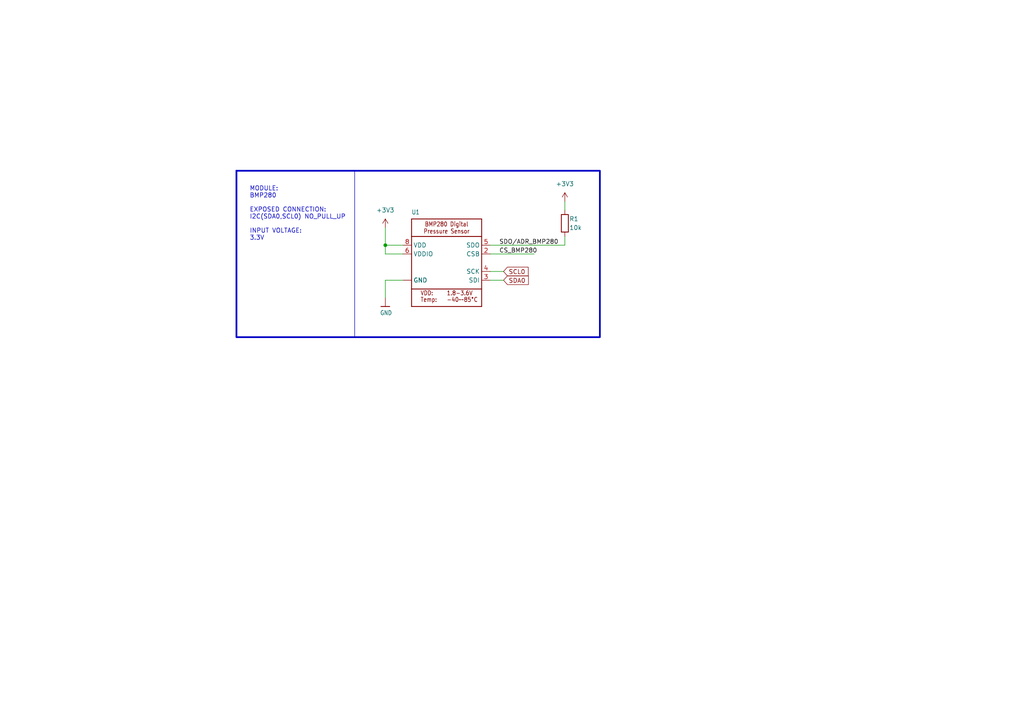
<source format=kicad_sch>
(kicad_sch (version 20230121) (generator eeschema)
  (paper "A4")
  (lib_symbols
    (symbol "Adafruit BMP280 STEMMA QT-eagle-import:BMP280_COMBO"
      (property "Reference" "U" (at -10.16 13.97 0))
      (symbol "BMP280_COMBO_1_0"
        (polyline (pts (xy -10.16 -7.62) (xy -10.16 -12.7)) (stroke (width 0.254)))
        (polyline (pts (xy -10.16 -7.62) (xy -10.16 7.62)) (stroke (width 0.254)))
        (polyline (pts (xy -10.16 7.62) (xy 10.16 7.62)) (stroke (width 0.254)))
        (polyline (pts (xy -10.16 12.7) (xy -10.16 7.62)) (stroke (width 0.254)))
        (polyline (pts (xy -10.16 12.7) (xy 10.16 12.7)) (stroke (width 0.254)))
        (polyline (pts (xy 10.16 -12.7) (xy -10.16 -12.7)) (stroke (width 0.254)))
        (polyline (pts (xy 10.16 -7.62) (xy -10.16 -7.62)) (stroke (width 0.254)))
        (polyline (pts (xy 10.16 -7.62) (xy 10.16 -12.7)) (stroke (width 0.254)))
        (polyline (pts (xy 10.16 7.62) (xy 10.16 -7.62)) (stroke (width 0.254)))
        (polyline (pts (xy 10.16 12.7) (xy 10.16 7.62)) (stroke (width 0.254)))
        (text "-40~~85°C" (at 0 -11.43 0) (effects (font (size 1.27 1.0795)) (justify left bottom)))
        (text "1.8-3.6V" (at 0 -9.525 0) (effects (font (size 1.27 1.0795)) (justify left bottom)))
        (text "BMP280 Digital\nPressure Sensor" (at 0 10.16 0) (effects (font (size 1.27 1.0795))))
        (text "Temp:" (at -7.62 -11.43 0) (effects (font (size 1.27 1.0795)) (justify left bottom)))
        (text "VDD:" (at -7.62 -9.525 0) (effects (font (size 1.27 1.0795)) (justify left bottom)))
        (pin power_in line (at -12.7 -5.08 0) (length 2.54) (name "GND") (number "1"))
        (pin input line (at 12.7 2.54 180) (length 2.54) (name "CSB") (number "2"))
        (pin input line (at 12.7 -5.08 180) (length 2.54) (name "SDI") (number "3"))
        (pin input line (at 12.7 -2.54 180) (length 2.54) (name "SCK") (number "4"))
        (pin output line (at 12.7 5.08 180) (length 2.54) (name "SDO") (number "5"))
        (pin power_in line (at -12.7 2.54 0) (length 2.54) (name "VDDIO") (number "6"))
        (pin power_in line (at -12.7 -5.08 0) (length 2.54) (name "GND") (number "7"))
        (pin power_in line (at -12.7 5.08 0) (length 2.54) (name "VDD") (number "8"))
      )
    )
    (symbol "Adafruit BMP280 STEMMA QT-eagle-import:GND" (power)
      (property "Value" "GND" (at -1.524 -2.54 0))
      (symbol "GND_1_0"
        (polyline (pts (xy -1.27 0) (xy 1.27 0)) (stroke (width 0.254)))
        (pin power_in line (at 0 2.54 270) (length 2.54) (name "GND") (number "1"))
      )
    )
    (symbol "Device:R" (pin_numbers hide) (pin_names (offset 0))
      (property "Reference" "R" (at 2.032 0 90))
      (property "Value" "R" (at 0 0 90))
      (symbol "R_0_1"
        (rectangle (start -1.016 -2.54) (end 1.016 2.54) (stroke (width 0.254)))
      )
      (symbol "R_1_1"
        (pin passive line (at 0 3.81 270) (length 1.27) (name "~") (number "1"))
        (pin passive line (at 0 -3.81 90) (length 1.27) (name "~") (number "2"))
      )
    )
    (symbol "power:+3V3" (power) (pin_names (offset 0))
      (property "Value" "+3V3" (at 0 3.556 0))
      (symbol "+3V3_0_1"
        (polyline (pts (xy -0.762 1.27) (xy 0 2.54)))
        (polyline (pts (xy 0 0) (xy 0 2.54)))
        (polyline (pts (xy 0 2.54) (xy 0.762 1.27)))
      )
      (symbol "+3V3_1_1"
        (pin power_in line (at 0 0 90) (length 0) hide (name "+3V3") (number "1"))
      )
    )
  )
  (junction (at 111.76 71.12))
  (wire (pts (xy 111.76 73.66) (xy 111.76 71.12)) (stroke (width 0.1524)))
  (wire (pts (xy 142.24 73.66) (xy 154.94 73.66)) (stroke (width 0.1524)))
  (wire (pts (xy 116.84 71.12) (xy 111.76 71.12)) (stroke (width 0.1524)))
  (wire (pts (xy 146.05 78.74) (xy 142.24 78.74)) (stroke (width 0.1524)))
  (wire (pts (xy 111.76 71.12) (xy 111.76 66.04)) (stroke (width 0.1524)))
  (wire (pts (xy 142.24 81.28) (xy 146.05 81.28)) (stroke (width 0.1524)))
  (wire (pts (xy 111.76 81.28) (xy 111.76 86.36)) (stroke (width 0.1524)))
  (wire (pts (xy 163.83 58.42) (xy 163.83 60.96)) (stroke (width 0.1524)))
  (wire (pts (xy 163.83 71.12) (xy 142.24 71.12)) (stroke (width 0.1524)))
  (wire (pts (xy 163.83 68.58) (xy 163.83 71.12)) (stroke (width 0.1524)))
  (wire (pts (xy 116.84 73.66) (xy 111.76 73.66)) (stroke (width 0.1524)))
  (wire (pts (xy 116.84 81.28) (xy 111.76 81.28)) (stroke (width 0.1524)))
  (rectangle (start 68.58 49.53) (end 173.99 97.79) (stroke (width 0.5)))
  (rectangle (start 68.58 49.53) (end 102.87 97.79))
  (text "MODULE:\nBMP280\n\nEXPOSED CONNECTION: \nI2C(SDA0,SCL0) NO_PULL_UP\n\nINPUT VOLTAGE:\n3.3V" (at 72.39 69.85 0) (effects (font (size 1.27 1.27)) (justify left bottom)))
  (label "SDO{slash}ADR_BMP280" (at 144.78 71.12 0) (effects (font (size 1.2446 1.2446))))
  (label "CS_BMP280" (at 144.78 73.66 0) (effects (font (size 1.2446 1.2446))))
  (global_label "SCL0" (shape input) (at 146.05 78.74 0) (property "Intersheetrefs" "${INTERSHEET_REFS}" (effects hide)))
  (global_label "SDA0" (shape input) (at 146.05 81.28 0) (property "Intersheetrefs" "${INTERSHEET_REFS}" (effects hide)))
  (symbol (lib_id "power:+3V3") (at 163.83 58.42 0) (unit 1)
    (property "Reference" "#PWR02" (effects hide))
    (property "Value" "+3V3" (at 163.83 53.34 0))
  )
  (symbol (lib_id "power:+3V3") (at 111.76 66.04 0) (unit 1)
    (property "Reference" "#PWR01" (effects hide))
    (property "Value" "+3V3" (at 111.76 60.96 0))
  )
  (symbol (lib_id "Device:R") (at 163.83 64.77 0) (unit 1)
    (property "Reference" "R1" (at 165.1 63.5 0) (effects (justify left)))
    (property "Value" "10k" (at 165.1 66.04 0) (effects (justify left)))
    (property "Footprint" "Resistor_SMD:R_01005_0402Metric" (effects hide))
  )
  (symbol (lib_id "Adafruit BMP280 STEMMA QT-eagle-import:BMP280_COMBO") (at 129.54 76.2 0) (unit 1)
    (property "Reference" "U1" (at 119.38 62.23 0) (effects (font (size 1.27 1.0795)) (justify left bottom)))
    (property "Value" "BMP280_COMBO" (effects hide))
    (property "Footprint" "Adafruit BMP280 STEMMA QT:BMX280_COMBO" (effects hide))
  )
  (symbol (lib_id "Adafruit BMP280 STEMMA QT-eagle-import:GND") (at 111.76 88.9 0) (unit 1)
    (property "Reference" "#U$01" (effects hide))
    (property "Value" "GND" (at 110.236 91.44 0) (effects (font (size 1.27 1.0795)) (justify left bottom)))
  )
)
</source>
